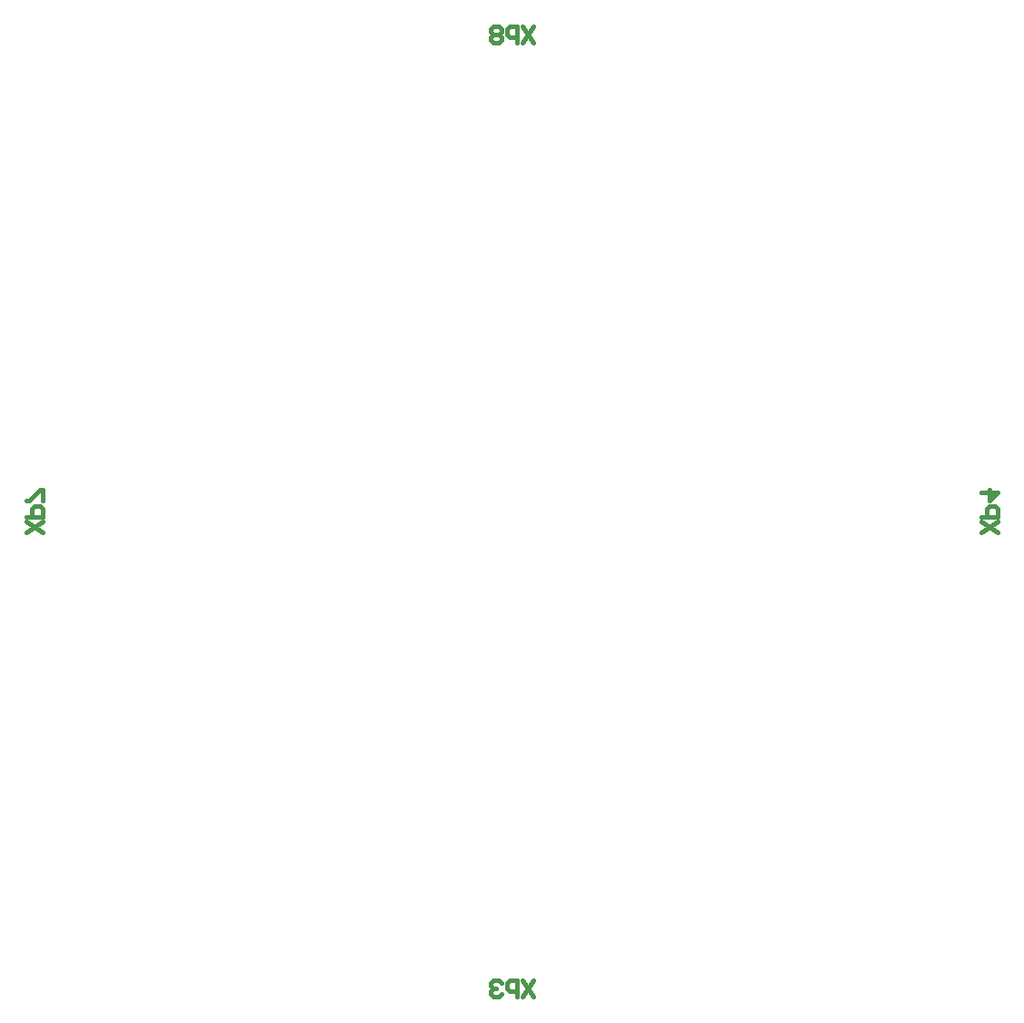
<source format=gbo>
G04*
G04 #@! TF.GenerationSoftware,Altium Limited,Altium Designer,21.0.9 (235)*
G04*
G04 Layer_Color=32896*
%FSLAX44Y44*%
%MOMM*%
G71*
G04*
G04 #@! TF.SameCoordinates,63E583B4-6D5A-4616-B716-78796777933C*
G04*
G04*
G04 #@! TF.FilePolarity,Positive*
G04*
G01*
G75*
%ADD18C,0.4000*%
D18*
X519938Y952001D02*
X509941Y937006D01*
Y952001D02*
X519938Y937006D01*
X504943D02*
Y952001D01*
X497445D01*
X494946Y949502D01*
Y944504D01*
X497445Y942004D01*
X504943D01*
X489948Y949502D02*
X487449Y952001D01*
X482450D01*
X479951Y949502D01*
Y947003D01*
X482450Y944504D01*
X479951Y942004D01*
Y939505D01*
X482450Y937006D01*
X487449D01*
X489948Y939505D01*
Y942004D01*
X487449Y944504D01*
X489948Y947003D01*
Y949502D01*
X487449Y944504D02*
X482450D01*
X519938Y62747D02*
X509941Y47752D01*
Y62747D02*
X519938Y47752D01*
X504943D02*
Y62747D01*
X497445D01*
X494946Y60248D01*
Y55250D01*
X497445Y52750D01*
X504943D01*
X489948Y60248D02*
X487449Y62747D01*
X482450D01*
X479951Y60248D01*
Y57749D01*
X482450Y55250D01*
X484949D01*
X482450D01*
X479951Y52750D01*
Y50251D01*
X482450Y47752D01*
X487449D01*
X489948Y50251D01*
X952509Y480060D02*
X937514Y490057D01*
X952509D02*
X937514Y480060D01*
Y495055D02*
X952509D01*
Y502553D01*
X950010Y505052D01*
X945012D01*
X942512Y502553D01*
Y495055D01*
X937514Y517548D02*
X952509D01*
X945012Y510050D01*
Y520047D01*
X62493Y480060D02*
X47498Y490057D01*
X62493D02*
X47498Y480060D01*
Y495055D02*
X62493D01*
Y502553D01*
X59994Y505052D01*
X54996D01*
X52496Y502553D01*
Y495055D01*
X62493Y510050D02*
Y520047D01*
X59994D01*
X49997Y510050D01*
X47498D01*
M02*

</source>
